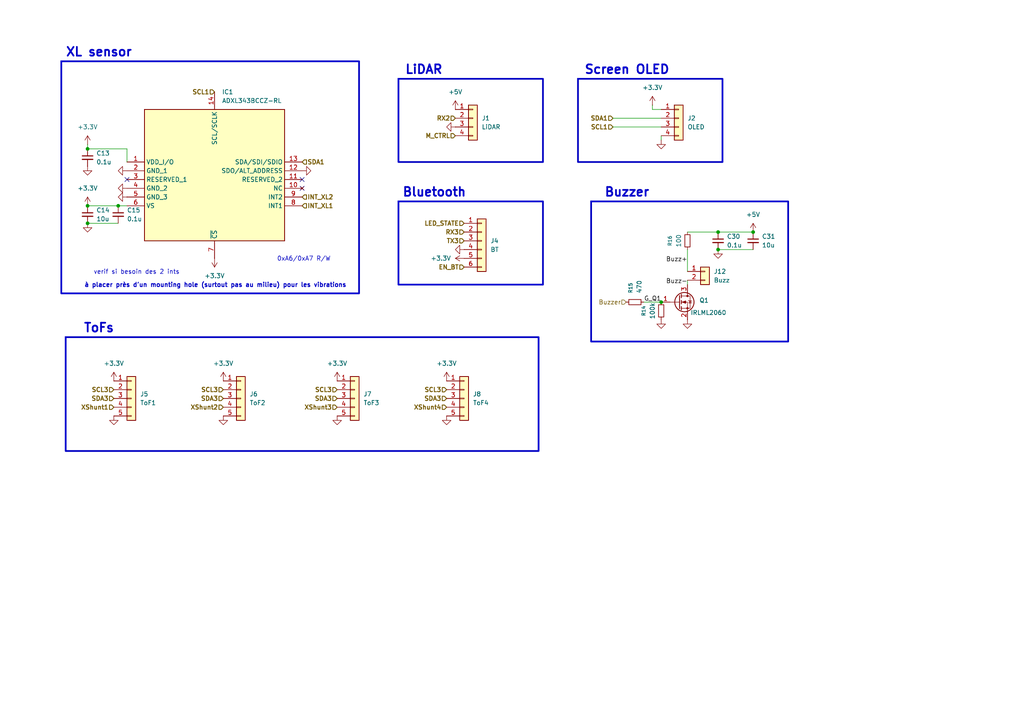
<source format=kicad_sch>
(kicad_sch (version 20250114) (generator "eeschema") (generator_version "9.0")
  (paper "A4")
  (title_block (title "Sensors&periphs") (date "2025-09-19") (rev "Nelven") (company "ESE"))
  (lib_symbols
    (symbol "ADXL343BCCZ-RL:ADXL343BCCZ-RL"
      (property "Reference" "IC" (at 46.99 20.32 0))
      (property "Value" "ADXL343BCCZ-RL" (at 46.99 17.78 0))
      (symbol "ADXL343BCCZ-RL_1_1"
        (rectangle (start 5.08 15.24) (end 45.72 -22.86) (stroke (width 0.254)) (fill (type background)))
        (pin passive line (at 0 0 0) (length 5.08) (name "VDD_I/O") (number "1"))
        (pin passive line (at 0 -2.54 0) (length 5.08) (name "GND_1") (number "2"))
        (pin passive line (at 0 -5.08 0) (length 5.08) (name "RESERVED_1") (number "3"))
        (pin passive line (at 0 -7.62 0) (length 5.08) (name "GND_2") (number "4"))
        (pin passive line (at 0 -10.16 0) (length 5.08) (name "GND_3") (number "5"))
        (pin passive line (at 0 -12.7 0) (length 5.08) (name "VS") (number "6"))
        (pin passive line (at 25.4 20.32 270) (length 5.08) (name "SCL/SCLK") (number "14"))
        (pin passive line (at 25.4 -27.94 90) (length 5.08) (name "~{CS}") (number "7"))
        (pin passive line (at 50.8 0 180) (length 5.08) (name "SDA/SDI/SDIO") (number "13"))
        (pin passive line (at 50.8 -2.54 180) (length 5.08) (name "SDO/ALT_ADDRESS") (number "12"))
        (pin passive line (at 50.8 -5.08 180) (length 5.08) (name "RESERVED_2") (number "11"))
        (pin no_connect line (at 50.8 -7.62 180) (length 5.08) (name "NC") (number "10"))
        (pin passive line (at 50.8 -10.16 180) (length 5.08) (name "INT2") (number "9"))
        (pin passive line (at 50.8 -12.7 180) (length 5.08) (name "INT1") (number "8"))
      )
    )
    (symbol "Connector_Generic:Conn_01x02" (pin_names (offset 1.016) (hide yes))
      (property "Reference" "J" (at 0 2.54 0))
      (property "Value" "Conn_01x02" (at 0 -5.08 0))
      (symbol "Conn_01x02_1_1"
        (rectangle (start -1.27 1.27) (end 1.27 -3.81) (stroke (width 0.254)) (fill (type background)))
        (rectangle (start -1.27 0.127) (end 0 -0.127) (stroke (width 0.1524)))
        (rectangle (start -1.27 -2.413) (end 0 -2.667) (stroke (width 0.1524)))
        (pin passive line (at -5.08 0 0) (length 3.81) (name "Pin_1") (number "1"))
        (pin passive line (at -5.08 -2.54 0) (length 3.81) (name "Pin_2") (number "2"))
      )
    )
    (symbol "Connector_Generic:Conn_01x04" (pin_names (offset 1.016) (hide yes))
      (property "Reference" "J" (at 0 5.08 0))
      (property "Value" "Conn_01x04" (at 0 -7.62 0))
      (symbol "Conn_01x04_1_1"
        (rectangle (start -1.27 3.81) (end 1.27 -6.35) (stroke (width 0.254)) (fill (type background)))
        (rectangle (start -1.27 2.667) (end 0 2.413) (stroke (width 0.1524)))
        (rectangle (start -1.27 0.127) (end 0 -0.127) (stroke (width 0.1524)))
        (rectangle (start -1.27 -2.413) (end 0 -2.667) (stroke (width 0.1524)))
        (rectangle (start -1.27 -4.953) (end 0 -5.207) (stroke (width 0.1524)))
        (pin passive line (at -5.08 2.54 0) (length 3.81) (name "Pin_1") (number "1"))
        (pin passive line (at -5.08 0 0) (length 3.81) (name "Pin_2") (number "2"))
        (pin passive line (at -5.08 -2.54 0) (length 3.81) (name "Pin_3") (number "3"))
        (pin passive line (at -5.08 -5.08 0) (length 3.81) (name "Pin_4") (number "4"))
      )
    )
    (symbol "Connector_Generic:Conn_01x05" (pin_names (offset 1.016) (hide yes))
      (property "Reference" "J" (at 0 7.62 0))
      (property "Value" "Conn_01x05" (at 0 -7.62 0))
      (symbol "Conn_01x05_1_1"
        (rectangle (start -1.27 6.35) (end 1.27 -6.35) (stroke (width 0.254)) (fill (type background)))
        (rectangle (start -1.27 5.207) (end 0 4.953) (stroke (width 0.1524)))
        (rectangle (start -1.27 2.667) (end 0 2.413) (stroke (width 0.1524)))
        (rectangle (start -1.27 0.127) (end 0 -0.127) (stroke (width 0.1524)))
        (rectangle (start -1.27 -2.413) (end 0 -2.667) (stroke (width 0.1524)))
        (rectangle (start -1.27 -4.953) (end 0 -5.207) (stroke (width 0.1524)))
        (pin passive line (at -5.08 5.08 0) (length 3.81) (name "Pin_1") (number "1"))
        (pin passive line (at -5.08 2.54 0) (length 3.81) (name "Pin_2") (number "2"))
        (pin passive line (at -5.08 0 0) (length 3.81) (name "Pin_3") (number "3"))
        (pin passive line (at -5.08 -2.54 0) (length 3.81) (name "Pin_4") (number "4"))
        (pin passive line (at -5.08 -5.08 0) (length 3.81) (name "Pin_5") (number "5"))
      )
    )
    (symbol "Connector_Generic:Conn_01x06" (pin_names (offset 1.016) (hide yes))
      (property "Reference" "J" (at 0 7.62 0))
      (property "Value" "Conn_01x06" (at 0 -10.16 0))
      (symbol "Conn_01x06_1_1"
        (rectangle (start -1.27 6.35) (end 1.27 -8.89) (stroke (width 0.254)) (fill (type background)))
        (rectangle (start -1.27 5.207) (end 0 4.953) (stroke (width 0.1524)))
        (rectangle (start -1.27 2.667) (end 0 2.413) (stroke (width 0.1524)))
        (rectangle (start -1.27 0.127) (end 0 -0.127) (stroke (width 0.1524)))
        (rectangle (start -1.27 -2.413) (end 0 -2.667) (stroke (width 0.1524)))
        (rectangle (start -1.27 -4.953) (end 0 -5.207) (stroke (width 0.1524)))
        (rectangle (start -1.27 -7.493) (end 0 -7.747) (stroke (width 0.1524)))
        (pin passive line (at -5.08 5.08 0) (length 3.81) (name "Pin_1") (number "1"))
        (pin passive line (at -5.08 2.54 0) (length 3.81) (name "Pin_2") (number "2"))
        (pin passive line (at -5.08 0 0) (length 3.81) (name "Pin_3") (number "3"))
        (pin passive line (at -5.08 -2.54 0) (length 3.81) (name "Pin_4") (number "4"))
        (pin passive line (at -5.08 -5.08 0) (length 3.81) (name "Pin_5") (number "5"))
        (pin passive line (at -5.08 -7.62 0) (length 3.81) (name "Pin_6") (number "6"))
      )
    )
    (symbol "Device:C_Small" (pin_numbers (hide yes)) (pin_names (offset 0.254) (hide yes))
      (property "Reference" "C" (at 0.254 1.778 0))
      (property "Value" "C_Small" (at 0.254 -2.032 0))
      (symbol "C_Small_0_1"
        (polyline (pts (xy -1.524 0.508) (xy 1.524 0.508)) (stroke (width 0.3048)))
        (polyline (pts (xy -1.524 -0.508) (xy 1.524 -0.508)) (stroke (width 0.3302)))
      )
      (symbol "C_Small_1_1"
        (pin passive line (at 0 2.54 270) (length 2.032) (name "~") (number "1"))
        (pin passive line (at 0 -2.54 90) (length 2.032) (name "~") (number "2"))
      )
    )
    (symbol "Device:R_Small" (pin_numbers (hide yes)) (pin_names (offset 0.254) (hide yes))
      (property "Reference" "R" (at 0 0 90))
      (property "Value" "R_Small" (at 1.778 0 90))
      (symbol "R_Small_0_1"
        (rectangle (start -0.762 1.778) (end 0.762 -1.778) (stroke (width 0.2032)))
      )
      (symbol "R_Small_1_1"
        (pin passive line (at 0 2.54 270) (length 0.762) (name "~") (number "1"))
        (pin passive line (at 0 -2.54 90) (length 0.762) (name "~") (number "2"))
      )
    )
    (symbol "Transistor_FET:IRLML2060" (pin_names (hide yes))
      (property "Reference" "Q" (at 5.08 1.905 0))
      (property "Value" "IRLML2060" (at 5.08 0 0))
      (symbol "IRLML2060_0_1"
        (polyline (pts (xy 0.254 1.905) (xy 0.254 -1.905)) (stroke (width 0.254)))
        (polyline (pts (xy 0.254 0) (xy -2.54 0)))
        (polyline (pts (xy 0.762 2.286) (xy 0.762 1.27)) (stroke (width 0.254)))
        (polyline (pts (xy 0.762 0.508) (xy 0.762 -0.508)) (stroke (width 0.254)))
        (polyline (pts (xy 0.762 -1.27) (xy 0.762 -2.286)) (stroke (width 0.254)))
        (polyline (pts (xy 0.762 -1.778) (xy 3.302 -1.778) (xy 3.302 1.778) (xy 0.762 1.778)))
        (polyline (pts (xy 1.016 0) (xy 2.032 0.381) (xy 2.032 -0.381) (xy 1.016 0)) (fill (type outline)))
        (circle (center 1.651 0) (radius 2.794) (stroke (width 0.254)))
        (polyline (pts (xy 2.54 2.54) (xy 2.54 1.778)))
        (circle (center 2.54 1.778) (radius 0.254) (fill (type outline)))
        (circle (center 2.54 -1.778) (radius 0.254) (fill (type outline)))
        (polyline (pts (xy 2.54 -2.54) (xy 2.54 0) (xy 0.762 0)))
        (polyline (pts (xy 2.794 0.508) (xy 2.921 0.381) (xy 3.683 0.381) (xy 3.81 0.254)))
        (polyline (pts (xy 3.302 0.381) (xy 2.921 -0.254) (xy 3.683 -0.254) (xy 3.302 0.381)))
      )
      (symbol "IRLML2060_1_1"
        (pin input line (at -5.08 0 0) (length 2.54) (name "G") (number "1"))
        (pin passive line (at 2.54 5.08 270) (length 2.54) (name "D") (number "3"))
        (pin passive line (at 2.54 -5.08 90) (length 2.54) (name "S") (number "2"))
      )
    )
    (symbol "power:+3.3V" (power) (pin_numbers (hide yes)) (pin_names (offset 0) (hide yes))
      (property "Value" "+3.3V" (at 0 3.556 0))
      (symbol "+3.3V_0_1"
        (polyline (pts (xy -0.762 1.27) (xy 0 2.54)))
        (polyline (pts (xy 0 2.54) (xy 0.762 1.27)))
        (polyline (pts (xy 0 0) (xy 0 2.54)))
      )
      (symbol "+3.3V_1_1"
        (pin power_in line (at 0 0 90) (length 0) (name "~") (number "1"))
      )
    )
    (symbol "power:+5V" (power) (pin_numbers (hide yes)) (pin_names (offset 0) (hide yes))
      (property "Value" "+5V" (at 0 3.556 0))
      (symbol "+5V_0_1"
        (polyline (pts (xy -0.762 1.27) (xy 0 2.54)))
        (polyline (pts (xy 0 2.54) (xy 0.762 1.27)))
        (polyline (pts (xy 0 0) (xy 0 2.54)))
      )
      (symbol "+5V_1_1"
        (pin power_in line (at 0 0 90) (length 0) (name "~") (number "1"))
      )
    )
    (symbol "power:GND" (power) (pin_numbers (hide yes)) (pin_names (offset 0) (hide yes))
      (property "Value" "GND" (at 0 -3.81 0))
      (symbol "GND_0_1"
        (polyline (pts (xy 0 0) (xy 0 -1.27) (xy 1.27 -1.27) (xy 0 -2.54) (xy -1.27 -1.27) (xy 0 -1.27)))
      )
      (symbol "GND_1_1"
        (pin power_in line (at 0 0 270) (length 0) (name "~") (number "1"))
      )
    )
  )
  (rectangle (start 115.57 22.86) (end 157.48 46.99) (stroke (width 0.5)))
  (rectangle (start 171.45 58.42) (end 228.6 99.06) (stroke (width 0.5)))
  (rectangle (start 115.57 58.42) (end 157.48 82.55) (stroke (width 0.5)))
  (rectangle (start 19.05 97.79) (end 156.21 130.81) (stroke (width 0.5)))
  (rectangle (start 17.78 17.78) (end 104.14 85.09) (stroke (width 0.5)))
  (rectangle (start 167.64 22.86) (end 209.55 46.99) (stroke (width 0.5)))
  (text "Screen OLED" (at 181.864 20.32 0) (effects (font (size 2.54 2.54) (thickness 0.508) (bold yes))))
  (text "LiDAR" (at 122.936 20.32 0) (effects (font (size 2.54 2.54) (thickness 0.508) (bold yes))))
  (text "à placer près d'un mounting hole (surtout pas au milieu) pour les vibrations" (at 62.484 82.804 0) (effects (font (size 1.27 1.27) (thickness 0.254) (bold yes))))
  (text "XL sensor" (at 28.702 15.24 0) (effects (font (size 2.54 2.54) (thickness 0.508) (bold yes))))
  (text "ToFs" (at 28.702 95.25 0) (effects (font (size 2.54 2.54) (thickness 0.508) (bold yes))))
  (text "verif si besoin des 2 ints\n" (at 39.624 78.994 0) (effects (font (size 1.27 1.27))))
  (text "Buzzer" (at 181.864 55.88 0) (effects (font (size 2.54 2.54) (thickness 0.508) (bold yes))))
  (text "0xA6/0xA7 R/W" (at 88.138 75.184 0) (effects (font (size 1.27 1.27))))
  (text "Bluetooth" (at 125.984 55.88 0) (effects (font (size 2.54 2.54) (thickness 0.508) (bold yes))))
  (junction (at 208.28 67.31))
  (junction (at 34.29 59.69))
  (junction (at 191.77 87.63))
  (junction (at 218.44 67.31))
  (junction (at 25.4 59.69))
  (junction (at 208.28 72.39))
  (junction (at 25.4 43.18))
  (junction (at 25.4 64.77))
  (no_connect (at 36.83 52.07))
  (no_connect (at 87.63 52.07))
  (no_connect (at 87.63 54.61))
  (wire (pts (xy 36.83 43.18) (xy 36.83 46.99)))
  (wire (pts (xy 191.77 31.75) (xy 189.23 31.75)))
  (wire (pts (xy 34.29 59.69) (xy 36.83 59.69)))
  (wire (pts (xy 25.4 59.69) (xy 34.29 59.69)))
  (wire (pts (xy 186.69 87.63) (xy 191.77 87.63)))
  (wire (pts (xy 177.8 34.29) (xy 191.77 34.29)))
  (wire (pts (xy 208.28 72.39) (xy 218.44 72.39)))
  (wire (pts (xy 199.39 81.28) (xy 199.39 82.55)))
  (wire (pts (xy 177.8 36.83) (xy 191.77 36.83)))
  (wire (pts (xy 25.4 43.18) (xy 36.83 43.18)))
  (wire (pts (xy 25.4 64.77) (xy 34.29 64.77)))
  (wire (pts (xy 199.39 67.31) (xy 208.28 67.31)))
  (wire (pts (xy 189.23 30.48) (xy 189.23 31.75)))
  (wire (pts (xy 25.4 41.91) (xy 25.4 43.18)))
  (wire (pts (xy 199.39 72.39) (xy 199.39 78.74)))
  (wire (pts (xy 208.28 67.31) (xy 218.44 67.31)))
  (wire (pts (xy 191.77 39.37) (xy 191.77 40.64)))
  (label "Buzz-" (at 199.39 82.55 180))
  (label "G_Q1" (at 191.77 87.63 180))
  (label "Buzz+" (at 199.39 76.2 180))
  (hierarchical_label "XShunt3" (shape input) (at 97.79 118.11 180) (effects (font (thickness 0.254) (bold yes))))
  (hierarchical_label "SCL3" (shape input) (at 64.77 113.03 180) (effects (font (thickness 0.254) (bold yes))))
  (hierarchical_label "Buzzer" (shape input) (at 181.61 87.63 180))
  (hierarchical_label "SDA3" (shape input) (at 64.77 115.57 180) (effects (font (thickness 0.254) (bold yes))))
  (hierarchical_label "XShunt2" (shape input) (at 64.77 118.11 180) (effects (font (thickness 0.254) (bold yes))))
  (hierarchical_label "SDA1" (shape input) (at 87.63 46.99 0) (effects (font (thickness 0.254) (bold yes))))
  (hierarchical_label "SDA3" (shape input) (at 97.79 115.57 180) (effects (font (thickness 0.254) (bold yes))))
  (hierarchical_label "INT_XL1" (shape input) (at 87.63 59.69 0) (effects (font (thickness 0.254) (bold yes))))
  (hierarchical_label "SCL3" (shape input) (at 33.02 113.03 180) (effects (font (thickness 0.254) (bold yes))))
  (hierarchical_label "SCL1" (shape input) (at 62.23 26.67 180) (effects (font (thickness 0.254) (bold yes))))
  (hierarchical_label "TX3" (shape input) (at 134.62 69.85 180) (effects (font (thickness 0.254) (bold yes))))
  (hierarchical_label "SDA3" (shape input) (at 129.54 115.57 180) (effects (font (thickness 0.254) (bold yes))))
  (hierarchical_label "RX2" (shape input) (at 132.08 34.29 180) (effects (font (thickness 0.254) (bold yes))))
  (hierarchical_label "SCL3" (shape input) (at 97.79 113.03 180) (effects (font (thickness 0.254) (bold yes))))
  (hierarchical_label "SDA1" (shape input) (at 177.8 34.29 180) (effects (font (thickness 0.254) (bold yes))))
  (hierarchical_label "SCL1" (shape input) (at 177.8 36.83 180) (effects (font (thickness 0.254) (bold yes))))
  (hierarchical_label "SDA3" (shape input) (at 33.02 115.57 180) (effects (font (thickness 0.254) (bold yes))))
  (hierarchical_label "M_CTRL" (shape input) (at 132.08 39.37 180) (effects (font (thickness 0.254) (bold yes))))
  (hierarchical_label "XShunt1" (shape input) (at 33.02 118.11 180) (effects (font (thickness 0.254) (bold yes))))
  (hierarchical_label "LED_STATE" (shape input) (at 134.62 64.77 180) (effects (font (thickness 0.254) (bold yes))))
  (hierarchical_label "EN_BT" (shape input) (at 134.62 77.47 180) (effects (font (thickness 0.254) (bold yes))))
  (hierarchical_label "XShunt4" (shape input) (at 129.54 118.11 180) (effects (font (thickness 0.254) (bold yes))))
  (hierarchical_label "INT_XL2" (shape input) (at 87.63 57.15 0) (effects (font (thickness 0.254) (bold yes))))
  (hierarchical_label "SCL3" (shape input) (at 129.54 113.03 180) (effects (font (thickness 0.254) (bold yes))))
  (hierarchical_label "RX3" (shape input) (at 134.62 67.31 180) (effects (font (thickness 0.254) (bold yes))))
  (symbol (lib_id "Device:C_Small") (at 208.28 69.85 0) (unit 1)
    (property "Reference" "C30" (at 210.82 68.5862 0) (effects (justify left)))
    (property "Value" "0.1u" (at 210.82 71.1262 0) (effects (justify left)))
    (property "Footprint" "Capacitor_SMD:C_0402_1005Metric" (effects (hide yes)))
    (property "Description" "Unpolarized capacitor, small symbol" (effects (hide yes)))
  )
  (symbol (lib_id "Connector_Generic:Conn_01x06") (at 139.7 69.85 0) (unit 1)
    (property "Reference" "J4" (at 142.24 69.8499 0) (effects (justify left)))
    (property "Value" "BT" (at 142.24 72.3899 0) (effects (justify left)))
    (property "Footprint" "Connector_PinHeader_2.54mm:PinHeader_1x06_P2.54mm_Vertical" (effects (hide yes)))
    (property "Description" "Generic connector, single row, 01x06, script generated (kicad-library-utils/schlib/autogen/connector/)" (effects (hide yes)))
  )
  (symbol (lib_id "Connector_Generic:Conn_01x04") (at 196.85 34.29 0) (unit 1)
    (property "Reference" "J2" (at 199.39 34.2899 0) (effects (justify left)))
    (property "Value" "OLED" (at 199.39 36.8299 0) (effects (justify left)))
    (property "Footprint" "Connector_JST:JST_PH_S4B-PH-K_1x04_P2.00mm_Horizontal" (effects (hide yes)))
    (property "Description" "Generic connector, single row, 01x04, script generated (kicad-library-utils/schlib/autogen/connector/)" (effects (hide yes)))
  )
  (symbol (lib_id "power:GND") (at 97.79 120.65 0) (unit 1)
    (property "Reference" "#PWR048" (effects (hide yes)))
    (property "Value" "GND" (effects (hide yes)))
    (property "Description" "Power symbol creates a global label with name \"GND\" , ground" (effects (hide yes)))
  )
  (symbol (lib_id "power:+5V") (at 218.44 67.31 0) (unit 1)
    (property "Reference" "#PWR087" (effects (hide yes)))
    (property "Value" "+5V" (at 218.44 62.23 0))
    (property "Description" "Power symbol creates a global label with name \"+5V\"" (effects (hide yes)))
  )
  (symbol (lib_id "power:+5V") (at 132.08 31.75 0) (unit 1)
    (property "Reference" "#PWR024" (effects (hide yes)))
    (property "Value" "+5V" (at 132.08 26.67 0))
    (property "Description" "Power symbol creates a global label with name \"+5V\"" (effects (hide yes)))
  )
  (symbol (lib_id "power:+3.3V") (at 25.4 59.69 0) (unit 1)
    (property "Reference" "#PWR033" (effects (hide yes)))
    (property "Value" "+3.3V" (at 25.4 54.61 0))
    (property "Description" "Power symbol creates a global label with name \"+3.3V\"" (effects (hide yes)))
  )
  (symbol (lib_id "power:GND") (at 208.28 72.39 0) (unit 1)
    (property "Reference" "#PWR086" (effects (hide yes)))
    (property "Value" "GND" (effects (hide yes)))
    (property "Description" "Power symbol creates a global label with name \"GND\" , ground" (effects (hide yes)))
  )
  (symbol (lib_id "power:GND") (at 87.63 49.53 90) (unit 1)
    (property "Reference" "#PWR030" (effects (hide yes)))
    (property "Value" "GND" (effects (hide yes)))
    (property "Description" "Power symbol creates a global label with name \"GND\" , ground" (effects (hide yes)))
  )
  (symbol (lib_id "Connector_Generic:Conn_01x02") (at 204.47 78.74 0) (unit 1)
    (property "Reference" "J12" (at 207.01 78.7399 0) (effects (justify left)))
    (property "Value" "Buzz" (at 207.01 81.2799 0) (effects (justify left)))
    (property "Footprint" "Connector_JST:JST_PH_S2B-PH-K_1x02_P2.00mm_Horizontal" (effects (hide yes)))
    (property "Description" "Generic connector, single row, 01x02, script generated (kicad-library-utils/schlib/autogen/connector/)" (effects (hide yes)))
  )
  (symbol (lib_id "Device:C_Small") (at 218.44 69.85 0) (unit 1)
    (property "Reference" "C31" (at 220.98 68.5862 0) (effects (justify left)))
    (property "Value" "10u" (at 220.98 71.1262 0) (effects (justify left)))
    (property "Footprint" "Capacitor_SMD:C_0402_1005Metric" (effects (hide yes)))
    (property "Description" "Unpolarized capacitor, small symbol" (effects (hide yes)))
  )
  (symbol (lib_id "power:GND") (at 36.83 57.15 270) (unit 1)
    (property "Reference" "#PWR032" (effects (hide yes)))
    (property "Value" "GND" (effects (hide yes)))
    (property "Description" "Power symbol creates a global label with name \"GND\" , ground" (effects (hide yes)))
  )
  (symbol (lib_id "power:GND") (at 36.83 54.61 270) (unit 1)
    (property "Reference" "#PWR031" (effects (hide yes)))
    (property "Value" "GND" (effects (hide yes)))
    (property "Description" "Power symbol creates a global label with name \"GND\" , ground" (effects (hide yes)))
  )
  (symbol (lib_id "power:GND") (at 191.77 92.71 0) (unit 1)
    (property "Reference" "#PWR085" (effects (hide yes)))
    (property "Value" "GND" (effects (hide yes)))
    (property "Description" "Power symbol creates a global label with name \"GND\" , ground" (effects (hide yes)))
  )
  (symbol (lib_id "Device:R_Small") (at 199.39 69.85 180) (unit 1)
    (property "Reference" "R16" (at 194.31 69.85 90) (effects (font (size 1.016 1.016))))
    (property "Value" "100" (at 196.85 69.85 90))
    (property "Footprint" "Resistor_SMD:R_0402_1005Metric" (effects (hide yes)))
    (property "Description" "Resistor, small symbol" (effects (hide yes)))
  )
  (symbol (lib_id "power:GND") (at 25.4 64.77 0) (unit 1)
    (property "Reference" "#PWR034" (effects (hide yes)))
    (property "Value" "GND" (effects (hide yes)))
    (property "Description" "Power symbol creates a global label with name \"GND\" , ground" (effects (hide yes)))
  )
  (symbol (lib_id "power:GND") (at 132.08 36.83 270) (unit 1)
    (property "Reference" "#PWR025" (effects (hide yes)))
    (property "Value" "GND" (effects (hide yes)))
    (property "Description" "Power symbol creates a global label with name \"GND\" , ground" (effects (hide yes)))
  )
  (symbol (lib_id "power:+3.3V") (at 134.62 74.93 90) (unit 1)
    (property "Reference" "#PWR039" (effects (hide yes)))
    (property "Value" "+3.3V" (at 130.81 74.9299 90) (effects (justify left)))
    (property "Description" "Power symbol creates a global label with name \"+3.3V\"" (effects (hide yes)))
  )
  (symbol (lib_id "Device:C_Small") (at 34.29 62.23 0) (unit 1)
    (property "Reference" "C15" (at 36.83 60.9662 0) (effects (justify left)))
    (property "Value" "0.1u" (at 36.83 63.5062 0) (effects (justify left)))
    (property "Footprint" "Capacitor_SMD:C_0402_1005Metric" (effects (hide yes)))
    (property "Description" "Unpolarized capacitor, small symbol" (effects (hide yes)))
  )
  (symbol (lib_id "power:GND") (at 25.4 48.26 0) (unit 1)
    (property "Reference" "#PWR028" (effects (hide yes)))
    (property "Value" "GND" (effects (hide yes)))
    (property "Description" "Power symbol creates a global label with name \"GND\" , ground" (effects (hide yes)))
  )
  (symbol (lib_id "Transistor_FET:IRLML2060") (at 196.85 87.63 0) (unit 1)
    (property "Reference" "Q1" (at 204.216 87.122 0))
    (property "Value" "IRLML2060" (at 205.486 90.678 0))
    (property "Footprint" "Package_TO_SOT_SMD:SOT-23" (effects (hide yes)))
    (property "Datasheet" "https://www.infineon.com/dgdl/irlml2060pbf.pdf?fileId=5546d462533600a401535664b7fb25ee" (effects (hide yes)))
    (property "Description" "1.2A Id, 60V Vds, 480mOhm Rds, N-Channel HEXFET Power MOSFET, SOT-23" (effects (hide yes)))
  )
  (symbol (lib_id "Connector_Generic:Conn_01x05") (at 134.62 115.57 0) (unit 1)
    (property "Reference" "J8" (at 137.16 114.2999 0) (effects (justify left)))
    (property "Value" "ToF4" (at 137.16 116.8399 0) (effects (justify left)))
    (property "Footprint" "Connector_JST:JST_PH_S5B-PH-K_1x05_P2.00mm_Horizontal" (effects (hide yes)))
    (property "Description" "Generic connector, single row, 01x05, script generated (kicad-library-utils/schlib/autogen/connector/)" (effects (hide yes)))
  )
  (symbol (lib_id "power:GND") (at 199.39 92.71 0) (unit 1)
    (property "Reference" "#PWR084" (effects (hide yes)))
    (property "Value" "GND" (effects (hide yes)))
    (property "Description" "Power symbol creates a global label with name \"GND\" , ground" (effects (hide yes)))
  )
  (symbol (lib_id "Device:C_Small") (at 25.4 45.72 0) (unit 1)
    (property "Reference" "C13" (at 27.94 44.4562 0) (effects (justify left)))
    (property "Value" "0.1u" (at 27.94 46.9962 0) (effects (justify left)))
    (property "Footprint" "Capacitor_SMD:C_0402_1005Metric" (effects (hide yes)))
    (property "Description" "Unpolarized capacitor, small symbol" (effects (hide yes)))
  )
  (symbol (lib_id "power:GND") (at 191.77 40.64 0) (unit 1)
    (property "Reference" "#PWR026" (effects (hide yes)))
    (property "Value" "GND" (effects (hide yes)))
    (property "Description" "Power symbol creates a global label with name \"GND\" , ground" (effects (hide yes)))
  )
  (symbol (lib_id "power:+3.3V") (at 97.79 110.49 0) (unit 1)
    (property "Reference" "#PWR044" (effects (hide yes)))
    (property "Value" "+3.3V" (at 97.79 105.41 0))
    (property "Description" "Power symbol creates a global label with name \"+3.3V\"" (effects (hide yes)))
  )
  (symbol (lib_id "Connector_Generic:Conn_01x05") (at 69.85 115.57 0) (unit 1)
    (property "Reference" "J6" (at 72.39 114.2999 0) (effects (justify left)))
    (property "Value" "ToF2" (at 72.39 116.8399 0) (effects (justify left)))
    (property "Footprint" "Connector_JST:JST_PH_S5B-PH-K_1x05_P2.00mm_Horizontal" (effects (hide yes)))
    (property "Description" "Generic connector, single row, 01x05, script generated (kicad-library-utils/schlib/autogen/connector/)" (effects (hide yes)))
  )
  (symbol (lib_id "power:GND") (at 33.02 120.65 0) (unit 1)
    (property "Reference" "#PWR046" (effects (hide yes)))
    (property "Value" "GND" (effects (hide yes)))
    (property "Description" "Power symbol creates a global label with name \"GND\" , ground" (effects (hide yes)))
  )
  (symbol (lib_id "Connector_Generic:Conn_01x05") (at 38.1 115.57 0) (unit 1)
    (property "Reference" "J5" (at 40.64 114.2999 0) (effects (justify left)))
    (property "Value" "ToF1" (at 40.64 116.8399 0) (effects (justify left)))
    (property "Footprint" "Connector_JST:JST_PH_S5B-PH-K_1x05_P2.00mm_Horizontal" (effects (hide yes)))
    (property "Description" "Generic connector, single row, 01x05, script generated (kicad-library-utils/schlib/autogen/connector/)" (effects (hide yes)))
  )
  (symbol (lib_id "power:+3.3V") (at 129.54 110.49 0) (unit 1)
    (property "Reference" "#PWR045" (effects (hide yes)))
    (property "Value" "+3.3V" (at 129.54 105.41 0))
    (property "Description" "Power symbol creates a global label with name \"+3.3V\"" (effects (hide yes)))
  )
  (symbol (lib_id "power:+3.3V") (at 62.23 74.93 180) (unit 1)
    (property "Reference" "#PWR038" (effects (hide yes)))
    (property "Value" "+3.3V" (at 62.23 80.01 0))
    (property "Description" "Power symbol creates a global label with name \"+3.3V\"" (effects (hide yes)))
  )
  (symbol (lib_id "Device:R_Small") (at 184.15 87.63 90) (unit 1)
    (property "Reference" "R15" (at 182.8799 85.09 0) (effects (font (size 1.016 1.016)) (justify left)))
    (property "Value" "470" (at 185.4199 85.09 0) (effects (justify left)))
    (property "Footprint" "Resistor_SMD:R_0402_1005Metric" (effects (hide yes)))
    (property "Description" "Resistor, small symbol" (effects (hide yes)))
  )
  (symbol (lib_id "power:GND") (at 129.54 120.65 0) (unit 1)
    (property "Reference" "#PWR049" (effects (hide yes)))
    (property "Value" "GND" (effects (hide yes)))
    (property "Description" "Power symbol creates a global label with name \"GND\" , ground" (effects (hide yes)))
  )
  (symbol (lib_id "power:+3.3V") (at 25.4 41.91 0) (unit 1)
    (property "Reference" "#PWR027" (effects (hide yes)))
    (property "Value" "+3.3V" (at 25.4 36.83 0))
    (property "Description" "Power symbol creates a global label with name \"+3.3V\"" (effects (hide yes)))
  )
  (symbol (lib_id "power:GND") (at 134.62 72.39 270) (unit 1)
    (property "Reference" "#PWR036" (effects (hide yes)))
    (property "Value" "GND" (effects (hide yes)))
    (property "Description" "Power symbol creates a global label with name \"GND\" , ground" (effects (hide yes)))
  )
  (symbol (lib_id "Connector_Generic:Conn_01x05") (at 102.87 115.57 0) (unit 1)
    (property "Reference" "J7" (at 105.41 114.2999 0) (effects (justify left)))
    (property "Value" "ToF3" (at 105.41 116.8399 0) (effects (justify left)))
    (property "Footprint" "Connector_JST:JST_PH_S5B-PH-K_1x05_P2.00mm_Horizontal" (effects (hide yes)))
    (property "Description" "Generic connector, single row, 01x05, script generated (kicad-library-utils/schlib/autogen/connector/)" (effects (hide yes)))
  )
  (symbol (lib_id "power:GND") (at 64.77 120.65 0) (unit 1)
    (property "Reference" "#PWR047" (effects (hide yes)))
    (property "Value" "GND" (effects (hide yes)))
    (property "Description" "Power symbol creates a global label with name \"GND\" , ground" (effects (hide yes)))
  )
  (symbol (lib_id "power:+3.3V") (at 64.77 110.49 0) (unit 1)
    (property "Reference" "#PWR043" (effects (hide yes)))
    (property "Value" "+3.3V" (at 64.77 105.41 0))
    (property "Description" "Power symbol creates a global label with name \"+3.3V\"" (effects (hide yes)))
  )
  (symbol (lib_id "Device:R_Small") (at 191.77 90.17 0) (unit 1)
    (property "Reference" "R14" (at 186.69 90.17 90) (effects (font (size 1.016 1.016))))
    (property "Value" "100k" (at 189.23 90.17 90))
    (property "Footprint" "Resistor_SMD:R_0402_1005Metric" (effects (hide yes)))
    (property "Description" "Resistor, small symbol" (effects (hide yes)))
  )
  (symbol (lib_id "power:+3.3V") (at 189.23 30.48 0) (unit 1)
    (property "Reference" "#PWR023" (effects (hide yes)))
    (property "Value" "+3.3V" (at 189.23 25.4 0))
    (property "Description" "Power symbol creates a global label with name \"+3.3V\"" (effects (hide yes)))
  )
  (symbol (lib_id "ADXL343BCCZ-RL:ADXL343BCCZ-RL") (at 36.83 46.99 0) (unit 1)
    (property "Reference" "IC1" (at 64.3733 26.67 0) (effects (justify left)))
    (property "Value" "ADXL343BCCZ-RL" (at 64.3733 29.21 0) (effects (justify left)))
    (property "Footprint" "ESE:ADXL343BCCZRL" (effects (hide yes)))
    (property "Datasheet" "https://www.analog.com/media/en/technical-documentation/data-sheets/ADXL343.pdf" (effects (hide yes)))
    (property "Description" "Accelerometer X, Y, Z Axis +/-2g, 4g, 8g, 16g 0.05Hz ~ 1.6kHz 14-LGA (3x5)" (effects (hide yes)))
    (property "Height" "1" (effects (hide yes)))
    (property "Manufacturer_Name" "Analog Devices" (effects (hide yes)))
    (property "Manufacturer_Part_Number" "ADXL343BCCZ-RL" (effects (hide yes)))
  )
  (symbol (lib_id "Device:C_Small") (at 25.4 62.23 0) (unit 1)
    (property "Reference" "C14" (at 27.94 60.9662 0) (effects (justify left)))
    (property "Value" "10u" (at 27.94 63.5062 0) (effects (justify left)))
    (property "Footprint" "Capacitor_SMD:C_0402_1005Metric" (effects (hide yes)))
    (property "Description" "Unpolarized capacitor, small symbol" (effects (hide yes)))
  )
  (symbol (lib_id "power:+3.3V") (at 33.02 110.49 0) (unit 1)
    (property "Reference" "#PWR042" (effects (hide yes)))
    (property "Value" "+3.3V" (at 33.02 105.41 0))
    (property "Description" "Power symbol creates a global label with name \"+3.3V\"" (effects (hide yes)))
  )
  (symbol (lib_id "Connector_Generic:Conn_01x04") (at 137.16 34.29 0) (unit 1)
    (property "Reference" "J1" (at 139.7 34.2899 0) (effects (justify left)))
    (property "Value" "LiDAR" (at 139.7 36.8299 0) (effects (justify left)))
    (property "Footprint" "Connector_JST:JST_PH_S4B-PH-K_1x04_P2.00mm_Horizontal" (effects (hide yes)))
    (property "Description" "Generic connector, single row, 01x04, script generated (kicad-library-utils/schlib/autogen/connector/)" (effects (hide yes)))
  )
  (symbol (lib_id "power:GND") (at 36.83 49.53 270) (unit 1)
    (property "Reference" "#PWR029" (effects (hide yes)))
    (property "Value" "GND" (effects (hide yes)))
    (property "Description" "Power symbol creates a global label with name \"GND\" , ground" (effects (hide yes)))
  )
)
</source>
